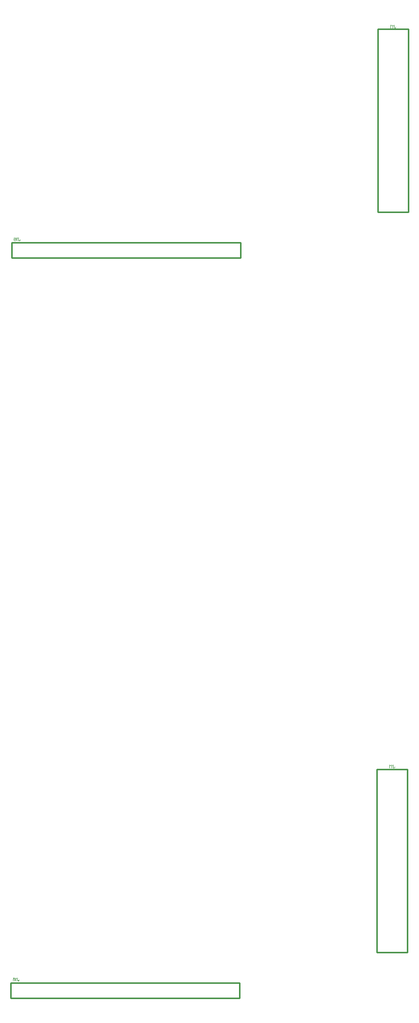
<source format=gbr>
G04 DipTrace 2.4.0.2*
%INBottomSilk.gbr*%
%MOIN*%
%ADD10C,0.0098*%
%ADD12C,0.003*%
%FSLAX44Y44*%
G04*
G70*
G90*
G75*
G01*
%LNBotSilk*%
%LPD*%
X37606Y61969D2*
D10*
X39606D1*
Y49969D1*
X37606D1*
Y61969D1*
X13607Y46968D2*
X28606D1*
Y47969D1*
X13607D1*
Y46968D1*
X37543Y13457D2*
X39543D1*
Y1457D1*
X37543D1*
Y13457D1*
X13544Y-1543D2*
X28543D1*
Y-543D1*
X13544D1*
Y-1543D1*
X38668Y62261D2*
D12*
Y62108D1*
X38678Y62080D1*
X38687Y62070D1*
X38706Y62060D1*
X38726D1*
X38745Y62070D1*
X38754Y62080D1*
X38764Y62108D1*
Y62127D1*
X38606Y62223D2*
X38587Y62233D1*
X38558Y62261D1*
Y62060D1*
X38497Y62223D2*
X38477Y62233D1*
X38449Y62261D1*
Y62060D1*
X14041Y48301D2*
Y48148D1*
X14050Y48119D1*
X14060Y48110D1*
X14079Y48100D1*
X14098D1*
X14117Y48110D1*
X14127Y48119D1*
X14137Y48148D1*
Y48167D1*
X13979Y48262D2*
X13960Y48272D1*
X13931Y48301D1*
Y48100D1*
X13755Y48272D2*
X13764Y48291D1*
X13793Y48301D1*
X13812D1*
X13841Y48291D1*
X13860Y48262D1*
X13869Y48215D1*
Y48167D1*
X13860Y48129D1*
X13841Y48109D1*
X13812Y48100D1*
X13802D1*
X13774Y48109D1*
X13755Y48129D1*
X13745Y48157D1*
Y48167D1*
X13755Y48196D1*
X13774Y48215D1*
X13802Y48224D1*
X13812D1*
X13841Y48215D1*
X13860Y48196D1*
X13869Y48167D1*
X38605Y13750D2*
Y13597D1*
X38615Y13568D1*
X38624Y13558D1*
X38643Y13549D1*
X38663D1*
X38682Y13558D1*
X38691Y13568D1*
X38701Y13597D1*
Y13616D1*
X38543Y13711D2*
X38524Y13721D1*
X38495Y13749D1*
Y13549D1*
X38434Y13711D2*
X38414Y13721D1*
X38386Y13749D1*
Y13549D1*
X13978Y-211D2*
Y-364D1*
X13987Y-393D1*
X13997Y-402D1*
X14016Y-412D1*
X14035D1*
X14054Y-402D1*
X14064Y-393D1*
X14074Y-364D1*
Y-345D1*
X13916Y-250D2*
X13897Y-240D1*
X13868Y-211D1*
Y-412D1*
X13692Y-240D2*
X13701Y-221D1*
X13730Y-211D1*
X13749D1*
X13778Y-221D1*
X13797Y-250D1*
X13806Y-297D1*
Y-345D1*
X13797Y-383D1*
X13778Y-402D1*
X13749Y-412D1*
X13739D1*
X13711Y-402D1*
X13692Y-383D1*
X13682Y-355D1*
Y-345D1*
X13692Y-316D1*
X13711Y-297D1*
X13739Y-288D1*
X13749D1*
X13778Y-297D1*
X13797Y-316D1*
X13806Y-345D1*
M02*

</source>
